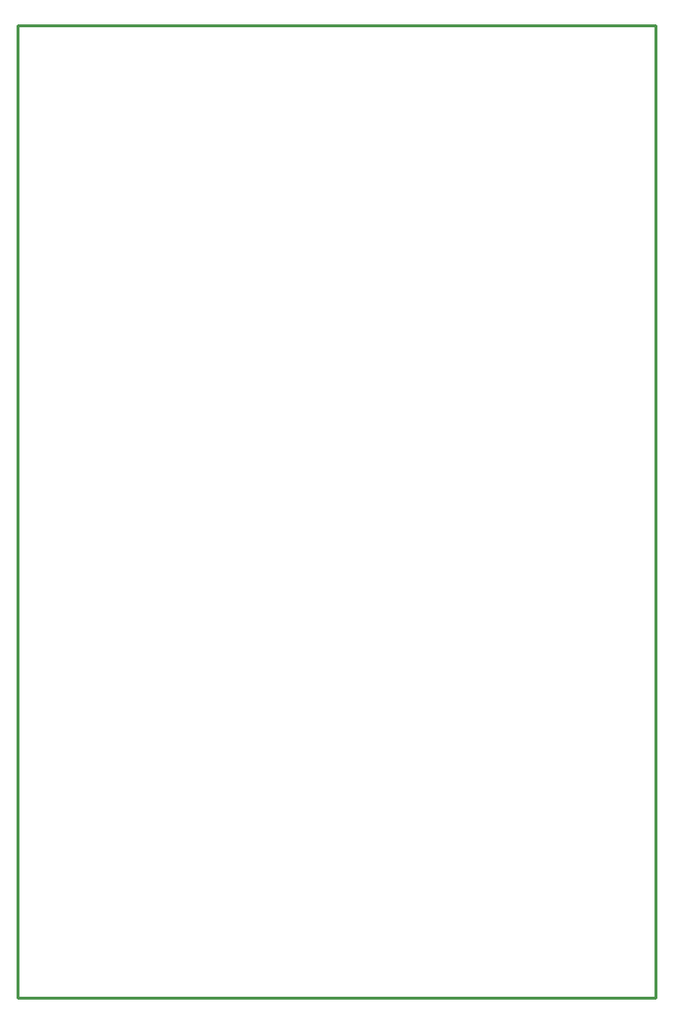
<source format=gm1>
G04 Layer_Color=16711935*
%FSLAX25Y25*%
%MOIN*%
G70*
G01*
G75*
%ADD15C,0.01000*%
D15*
X275591Y482283D02*
X277559D01*
X275591Y149606D02*
Y482283D01*
Y149606D02*
X494094D01*
Y482283D01*
X277559D02*
X494094D01*
X275591D02*
X277559D01*
X275591Y149606D02*
Y482283D01*
Y149606D02*
X494094D01*
Y482283D01*
X277559D02*
X494094D01*
M02*

</source>
